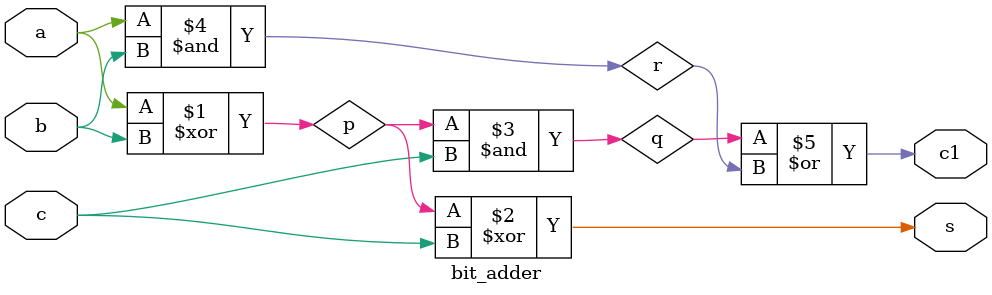
<source format=v>
`timescale 1ns / 1ps
module bit_adder(a,b,c,s,c1);
input a,b,c;
output s,c1;
wire p,q,r;
xor g1(p,a,b);
xor g2(s,p,c);
and g3(q,p,c);
and g4(r,a,b);
or g5(c1,q,r);
endmodule

</source>
